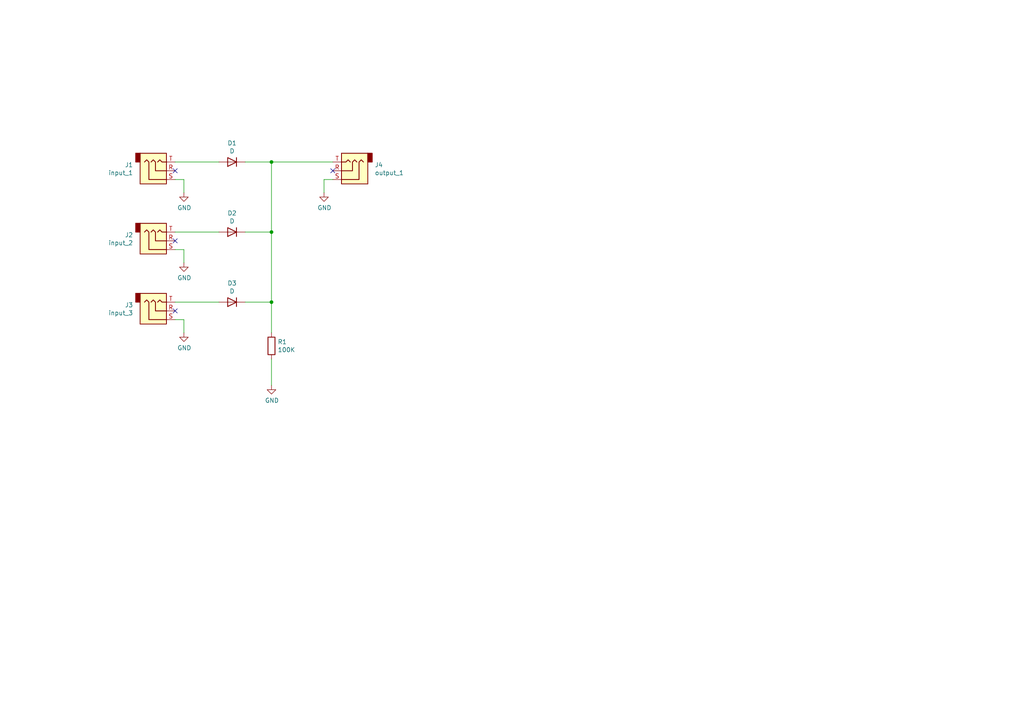
<source format=kicad_sch>
(kicad_sch (version 20211123) (generator eeschema)
  (paper "A4")
  (title_block (title "Triple input single output diode or gate"))
  (lib_symbols
    (symbol "Connector:AudioJack3"
      (property "Reference" "J" (at 0 8.89 0))
      (property "Value" "AudioJack3" (at 0 6.35 0))
      (symbol "AudioJack3_0_1"
        (rectangle (start -5.08 -5.08) (end -6.35 -2.54) (stroke (width 0.254)) (fill (type outline)))
        (polyline (pts (xy 0 -2.54) (xy 0.635 -3.175) (xy 1.27 -2.54) (xy 2.54 -2.54)) (stroke (width 0.254)))
        (polyline (pts (xy -1.905 -2.54) (xy -1.27 -3.175) (xy -0.635 -2.54) (xy -0.635 0) (xy 2.54 0)) (stroke (width 0.254)))
        (polyline (pts (xy 2.54 2.54) (xy -2.54 2.54) (xy -2.54 -2.54) (xy -3.175 -3.175) (xy -3.81 -2.54)) (stroke (width 0.254)))
        (rectangle (start 2.54 3.81) (end -5.08 -5.08) (stroke (width 0.254)) (fill (type background)))
      )
      (symbol "AudioJack3_1_1"
        (pin passive line (at 5.08 0 180) (length 2.54) (name "~") (number "R"))
        (pin passive line (at 5.08 2.54 180) (length 2.54) (name "~") (number "S"))
        (pin passive line (at 5.08 -2.54 180) (length 2.54) (name "~") (number "T"))
      )
    )
    (symbol "Device:D" (pin_numbers hide) (pin_names (offset 1.016) hide)
      (property "Reference" "D" (at 0 2.54 0))
      (property "Value" "D" (at 0 -2.54 0))
      (symbol "D_0_1"
        (polyline (pts (xy -1.27 1.27) (xy -1.27 -1.27)) (stroke (width 0.254)))
        (polyline (pts (xy 1.27 0) (xy -1.27 0)))
        (polyline (pts (xy 1.27 1.27) (xy 1.27 -1.27) (xy -1.27 0) (xy 1.27 1.27)) (stroke (width 0.254)))
      )
      (symbol "D_1_1"
        (pin passive line (at -3.81 0 0) (length 2.54) (name "K") (number "1"))
        (pin passive line (at 3.81 0 180) (length 2.54) (name "A") (number "2"))
      )
    )
    (symbol "Device:R" (pin_numbers hide) (pin_names (offset 0))
      (property "Reference" "R" (at 2.032 0 90))
      (property "Value" "R" (at 0 0 90))
      (symbol "R_0_1"
        (rectangle (start -1.016 -2.54) (end 1.016 2.54) (stroke (width 0.254)))
      )
      (symbol "R_1_1"
        (pin passive line (at 0 3.81 270) (length 1.27) (name "~") (number "1"))
        (pin passive line (at 0 -3.81 90) (length 1.27) (name "~") (number "2"))
      )
    )
    (symbol "power:GND" (power) (pin_names (offset 0))
      (property "Value" "GND" (at 0 -3.81 0))
      (symbol "GND_0_1"
        (polyline (pts (xy 0 0) (xy 0 -1.27) (xy 1.27 -1.27) (xy 0 -2.54) (xy -1.27 -1.27) (xy 0 -1.27)))
      )
      (symbol "GND_1_1"
        (pin power_in line (at 0 0 270) (length 0) hide (name "GND") (number "1"))
      )
    )
  )
  (junction (at 78.74 46.99))
  (junction (at 78.74 67.31))
  (junction (at 78.74 87.63))
  (no_connect (at 50.8 49.53))
  (no_connect (at 50.8 90.17))
  (no_connect (at 96.52 49.53))
  (no_connect (at 50.8 69.85))
  (wire (pts (xy 63.5 67.31) (xy 50.8 67.31)))
  (wire (pts (xy 53.34 52.07) (xy 53.34 55.88)))
  (wire (pts (xy 71.12 46.99) (xy 78.74 46.99)))
  (wire (pts (xy 78.74 87.63) (xy 78.74 96.52)))
  (wire (pts (xy 63.5 87.63) (xy 50.8 87.63)))
  (wire (pts (xy 53.34 72.39) (xy 53.34 76.2)))
  (wire (pts (xy 78.74 67.31) (xy 78.74 46.99)))
  (wire (pts (xy 71.12 67.31) (xy 78.74 67.31)))
  (wire (pts (xy 78.74 87.63) (xy 78.74 67.31)))
  (wire (pts (xy 50.8 52.07) (xy 53.34 52.07)))
  (wire (pts (xy 78.74 104.14) (xy 78.74 111.76)))
  (wire (pts (xy 71.12 87.63) (xy 78.74 87.63)))
  (wire (pts (xy 63.5 46.99) (xy 50.8 46.99)))
  (wire (pts (xy 50.8 72.39) (xy 53.34 72.39)))
  (wire (pts (xy 96.52 52.07) (xy 93.98 52.07)))
  (wire (pts (xy 93.98 52.07) (xy 93.98 55.88)))
  (wire (pts (xy 50.8 92.71) (xy 53.34 92.71)))
  (wire (pts (xy 78.74 46.99) (xy 96.52 46.99)))
  (wire (pts (xy 53.34 92.71) (xy 53.34 96.52)))
  (symbol (lib_id "Connector:AudioJack3") (at 45.72 49.53 0) (mirror x) (unit 1)
    (property "Reference" "J1" (at 38.608 47.8282 0) (effects (justify right)))
    (property "Value" "input_1" (at 38.608 50.1396 0) (effects (justify right)))
    (property "Footprint" "OpenSoureModular:PJ392-3.5mm-jack-vertical-SRT" (effects hide))
  )
  (symbol (lib_id "Connector:AudioJack3") (at 45.72 69.85 0) (mirror x) (unit 1)
    (property "Reference" "J2" (at 38.608 68.1482 0) (effects (justify right)))
    (property "Value" "input_2" (at 38.608 70.4596 0) (effects (justify right)))
    (property "Footprint" "OpenSoureModular:PJ392-3.5mm-jack-vertical-SRT" (effects hide))
  )
  (symbol (lib_id "Connector:AudioJack3") (at 45.72 90.17 0) (mirror x) (unit 1)
    (property "Reference" "J3" (at 38.608 88.4682 0) (effects (justify right)))
    (property "Value" "input_3" (at 38.608 90.7796 0) (effects (justify right)))
    (property "Footprint" "OpenSoureModular:PJ392-3.5mm-jack-vertical-SRT" (effects hide))
  )
  (symbol (lib_id "Device:D") (at 67.31 46.99 180) (unit 1)
    (property "Reference" "D1" (at 67.31 41.5036 0))
    (property "Value" "D" (at 67.31 43.815 0))
    (property "Footprint" "Diode_SMD:D_1206_3216Metric_Pad1.42x1.75mm_HandSolder" (effects hide))
  )
  (symbol (lib_id "Device:D") (at 67.31 67.31 180) (unit 1)
    (property "Reference" "D2" (at 67.31 61.8236 0))
    (property "Value" "D" (at 67.31 64.135 0))
    (property "Footprint" "Diode_SMD:D_1206_3216Metric_Pad1.42x1.75mm_HandSolder" (effects hide))
  )
  (symbol (lib_id "Device:D") (at 67.31 87.63 180) (unit 1)
    (property "Reference" "D3" (at 67.31 82.1436 0))
    (property "Value" "D" (at 67.31 84.455 0))
    (property "Footprint" "Diode_SMD:D_1206_3216Metric_Pad1.42x1.75mm_HandSolder" (effects hide))
  )
  (symbol (lib_id "Connector:AudioJack3") (at 101.6 49.53 180) (unit 1)
    (property "Reference" "J4" (at 108.6866 47.8282 0) (effects (justify right)))
    (property "Value" "output_1" (at 108.6866 50.1396 0) (effects (justify right)))
    (property "Footprint" "OpenSoureModular:PJ392-3.5mm-jack-vertical-SRT" (effects hide))
  )
  (symbol (lib_id "power:GND") (at 53.34 76.2 0) (unit 1)
    (property "Reference" "#PWR0101" (effects hide))
    (property "Value" "GND" (at 53.467 80.5942 0))
  )
  (symbol (lib_id "power:GND") (at 53.34 96.52 0) (unit 1)
    (property "Reference" "#PWR0102" (effects hide))
    (property "Value" "GND" (at 53.467 100.9142 0))
  )
  (symbol (lib_id "power:GND") (at 53.34 55.88 0) (unit 1)
    (property "Reference" "#PWR0103" (effects hide))
    (property "Value" "GND" (at 53.467 60.2742 0))
  )
  (symbol (lib_id "power:GND") (at 93.98 55.88 0) (unit 1)
    (property "Reference" "#PWR0104" (effects hide))
    (property "Value" "GND" (at 94.107 60.2742 0))
  )
  (symbol (lib_id "Device:R") (at 78.74 100.33 0) (unit 1)
    (property "Reference" "R1" (at 80.518 99.1616 0) (effects (justify left)))
    (property "Value" "100K" (at 80.518 101.473 0) (effects (justify left)))
    (property "Footprint" "Resistor_SMD:R_1206_3216Metric_Pad1.30x1.75mm_HandSolder" (effects hide))
  )
  (symbol (lib_id "power:GND") (at 78.74 111.76 0) (unit 1)
    (property "Reference" "#PWR0105" (effects hide))
    (property "Value" "GND" (at 78.867 116.1542 0))
  )
)
</source>
